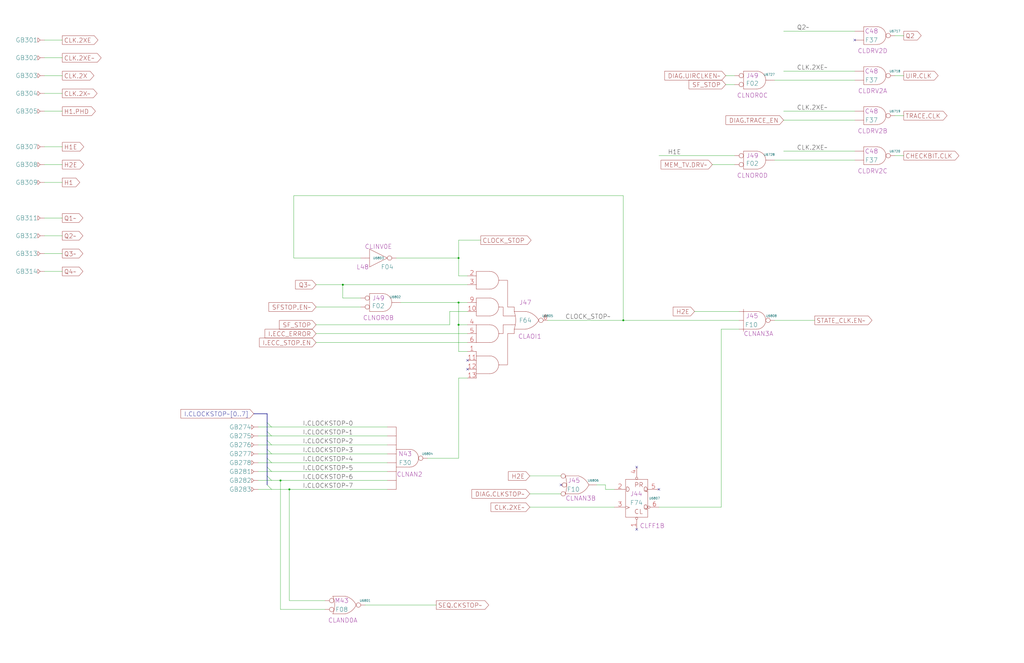
<source format=kicad_sch>
(kicad_sch (version 20230121) (generator eeschema)
  (paper "User" 584.2 378.46)
  (title_block (title "CLOCKS\\nIOP CLOCK GENERATION") (date "22-SEP-90") (rev "2.0") (comment 1 "IOC") (comment 2 "232-003061") (comment 3 "S400") (comment 4 "RELEASED"))
  (lib_symbols
    (symbol "r1000:F02" (pin_numbers hide) (pin_names hide)
      (property "Reference" "U" (at 12.16 0.635 0))
      (property "Value" "F02" (at -1.27 -4.445 0))
      (property "Location" "___" (at 2.54 0 0))
      (property "Name" "______" (at 2.54 -12.7 0))
      (symbol "F02_0_1"
        (arc (start -3.81 -7.62) (mid -2.9847 -2.54) (end -3.81 2.54) (stroke (width 0.1524)))
        (polyline (pts (xy -5.08 -5.08) (xy -3.175 -5.08)) (stroke (width 0.1524)))
        (polyline (pts (xy -5.08 0) (xy -3.175 0)) (stroke (width 0.1524)))
        (polyline (pts (xy -3.81 -7.62) (xy 2.54 -7.62)) (stroke (width 0.1524)))
        (polyline (pts (xy -3.81 2.54) (xy 2.54 2.54)) (stroke (width 0.1524)))
        (polyline (pts (xy 13.97 -2.54) (xy 12.7 -2.54)) (stroke (width 0.1524)))
        (arc (start 2.54 -7.62) (mid 6.9515 -5.9823) (end 10.16 -2.54) (stroke (width 0.1524)))
        (arc (start 10.16 -2.54) (mid 6.9478 0.8966) (end 2.54 2.54) (stroke (width 0.1524)))
        (circle (center 11.43 -2.54) (radius 1.27) (stroke (width 0.1524)))
      )
      (symbol "F02_0_2"
        (circle (center -3.81 -5.08) (radius 1.27) (stroke (width 0.1524)))
        (circle (center -3.81 0) (radius 1.27) (stroke (width 0.1524)))
        (polyline (pts (xy -2.54 -7.62) (xy 5.08 -7.62)) (stroke (width 0.1524)))
        (polyline (pts (xy -2.54 2.54) (xy -2.54 -7.62)) (stroke (width 0.1524)))
        (polyline (pts (xy -2.54 2.54) (xy 5.08 2.54)) (stroke (width 0.1524)))
        (polyline (pts (xy 11.43 -2.54) (xy 10.16 -2.54)) (stroke (width 0.1524)))
        (polyline (pts (xy 11.43 -2.54) (xy 12.7 -2.54)) (stroke (width 0.1524)))
        (arc (start 5.08 -7.62) (mid 10.1282 -2.54) (end 5.08 2.54) (stroke (width 0.1524)))
      )
      (symbol "F02_1_1"
        (pin input line (at -7.62 0 0) (length 2.54) (name "D0") (number "1"))
        (pin input line (at -7.62 -5.08 0) (length 2.54) (name "D1") (number "2"))
        (pin output line (at 15.24 -2.54 180) (length 1.27) (name "Q") (number "3"))
      )
      (symbol "F02_1_2"
        (pin input line (at -7.62 0 0) (length 2.54) (name "D0") (number "1"))
        (pin input line (at -7.62 -5.08 0) (length 2.54) (name "D1") (number "2"))
        (pin output line (at 15.24 -2.54 180) (length 2.54) (name "Q") (number "3"))
      )
    )
    (symbol "r1000:F04" (pin_numbers hide) (pin_names hide)
      (property "Reference" "U" (at 0 0 0))
      (property "Value" "F04" (at 1.27 -5.08 0))
      (property "Location" "___" (at -12.7 -5.08 0))
      (property "Name" "______" (at 0 5.08 0))
      (symbol "F04_0_1"
        (polyline (pts (xy -7.62 0) (xy -5.08 0)) (stroke (width 0.1524)))
        (polyline (pts (xy -5.08 5.08) (xy -5.08 -5.08)) (stroke (width 0.1524)))
        (polyline (pts (xy 5.08 0) (xy -5.08 -5.08)) (stroke (width 0.1524)))
        (polyline (pts (xy 5.08 0) (xy -5.08 5.08)) (stroke (width 0.1524)))
        (circle (center 6.35 0) (radius 1.27) (stroke (width 0.1524)))
      )
      (symbol "F04_1_1"
        (pin input line (at -10.16 0 0) (length 2.54) (name "D0") (number "1"))
        (pin output line (at 10.16 0 180) (length 2.54) (name "Q") (number "2"))
      )
    )
    (symbol "r1000:F08" (pin_numbers hide) (pin_names hide)
      (property "Reference" "U" (at 15.24 0 0))
      (property "Value" "F08" (at 1.905 -5.08 0))
      (property "Location" "___" (at 1.905 0 0))
      (property "Name" "______" (at 2.54 -12.7 0))
      (symbol "F08_0_1"
        (polyline (pts (xy -2.54 -7.62) (xy 5.08 -7.62)) (stroke (width 0.1524)))
        (polyline (pts (xy -2.54 2.54) (xy -2.54 -7.62)) (stroke (width 0.1524)))
        (polyline (pts (xy -2.54 2.54) (xy 5.08 2.54)) (stroke (width 0.1524)))
        (arc (start 5.08 -7.62) (mid 10.1282 -2.54) (end 5.08 2.54) (stroke (width 0.1524)))
      )
      (symbol "F08_0_2"
        (circle (center -3.81 -5.08) (radius 1.27) (stroke (width 0.1524)))
        (circle (center -3.81 0) (radius 1.27) (stroke (width 0.1524)))
        (arc (start -3.175 -7.62) (mid -2.134 -2.54) (end -3.175 2.54) (stroke (width 0.1524)))
        (polyline (pts (xy -3.175 -7.62) (xy 3.81 -7.62)) (stroke (width 0.1524)))
        (polyline (pts (xy -3.175 2.54) (xy 3.81 2.54)) (stroke (width 0.1524)))
        (arc (start 3.81 -7.62) (mid 7.5855 -5.8306) (end 10.16 -2.54) (stroke (width 0.1524)))
        (arc (start 10.16 -2.54) (mid 7.5827 0.7471) (end 3.81 2.54) (stroke (width 0.1524)))
        (circle (center 11.43 -2.54) (radius 1.27) (stroke (width 0.1524)))
      )
      (symbol "F08_1_1"
        (pin input line (at -7.62 0 0) (length 5.08) (name "D0") (number "1"))
        (pin input line (at -7.62 -5.08 0) (length 5.08) (name "D1") (number "2"))
        (pin output line (at 15.24 -2.54 180) (length 5.08) (name "Q") (number "3"))
      )
      (symbol "F08_1_2"
        (pin input line (at -7.62 0 0) (length 2.54) (name "D0") (number "1"))
        (pin input line (at -7.62 -5.08 0) (length 2.54) (name "D1") (number "2"))
        (pin output line (at 15.24 -2.54 180) (length 2.54) (name "Q") (number "3"))
      )
    )
    (symbol "r1000:F10" (pin_numbers hide) (pin_names hide)
      (property "Reference" "U" (at 13.335 0 0))
      (property "Value" "F10" (at 5.715 -5.08 0))
      (property "Location" "___" (at -1.27 0 0))
      (property "Name" "______" (at -2.54 -10.16 0))
      (symbol "F10_0_1"
        (polyline (pts (xy -2.54 -7.62) (xy 5.08 -7.62)) (stroke (width 0.1524)))
        (polyline (pts (xy -2.54 2.54) (xy 5.08 2.54)) (stroke (width 0.1524)))
        (polyline (pts (xy -2.54 3.81) (xy -2.54 -8.89)) (stroke (width 0.1524)))
        (arc (start 5.08 -7.62) (mid 10.1282 -2.54) (end 5.08 2.54) (stroke (width 0.1524)))
        (circle (center 11.43 -2.54) (radius 1.27) (stroke (width 0.1524)))
      )
      (symbol "F10_0_2"
        (circle (center -3.81 -7.62) (radius 1.27) (stroke (width 0.1524)))
        (circle (center -3.81 2.54) (radius 1.27) (stroke (width 0.1524)))
        (circle (center -3.175 -2.54) (radius 1.27) (stroke (width 0.1524)))
        (arc (start -2.54 -7.62) (mid -1.8195 -2.54) (end -2.54 2.54) (stroke (width 0.1524)))
        (polyline (pts (xy -4.445 -2.54) (xy -5.08 -2.54)) (stroke (width 0.1524)))
        (polyline (pts (xy -2.54 -7.62) (xy 5.08 -7.62)) (stroke (width 0.1524)))
        (polyline (pts (xy -2.54 2.54) (xy 5.08 2.54)) (stroke (width 0.1524)))
        (polyline (pts (xy 10.795 -2.54) (xy 12.7 -2.54)) (stroke (width 0.1524)))
        (arc (start 5.08 -7.62) (mid 8.4845 -5.6954) (end 10.795 -2.54) (stroke (width 0.1524)))
        (arc (start 10.795 -2.54) (mid 8.4807 0.6111) (end 5.08 2.54) (stroke (width 0.1524)))
      )
      (symbol "F10_1_1"
        (pin input line (at -5.08 2.54 0) (length 2.54) (name "D0") (number "1"))
        (pin input line (at -5.08 -2.54 0) (length 2.54) (name "D1") (number "2"))
        (pin input line (at -5.08 -7.62 0) (length 2.54) (name "D2") (number "3"))
        (pin output line (at 15.24 -2.54 180) (length 2.54) (name "Q") (number "4"))
      )
      (symbol "F10_1_2"
        (pin input line (at -5.08 2.54 0) (length 0) (name "D0") (number "1"))
        (pin input line (at -5.08 -2.54 0) (length 0) (name "D1") (number "2"))
        (pin input line (at -5.08 -7.62 0) (length 0) (name "D2") (number "3"))
        (pin output line (at 15.24 -2.54 180) (length 2.54) (name "Q") (number "4"))
      )
    )
    (symbol "r1000:F30" (pin_numbers hide) (pin_names hide)
      (property "Reference" "U" (at 15.24 2.54 0))
      (property "Value" "F30" (at 2.54 -2.54 0))
      (property "Location" "___" (at 2.54 2.54 0))
      (property "Name" "______" (at 5.08 -10.62 0))
      (symbol "F30_0_0"
        (polyline (pts (xy -2.54 -5.08) (xy 5.08 -5.08)) (stroke (width 0.1524)))
        (polyline (pts (xy -2.54 5.08) (xy 5.08 5.08)) (stroke (width 0.1524)))
        (arc (start 5.08 -5.08) (mid 8.6721 -3.5921) (end 10.16 0) (stroke (width 0.1524)))
        (arc (start 10.16 0) (mid 8.6721 3.5921) (end 5.08 5.08) (stroke (width 0.1524)))
        (circle (center 11.43 0) (radius 1.27) (stroke (width 0.1524)))
      )
      (symbol "F30_0_1"
        (polyline (pts (xy -2.54 -7.62) (xy -2.54 -17.78)) (stroke (width 0.1524)))
        (polyline (pts (xy -2.54 -5.08) (xy -2.54 -7.62)) (stroke (width 0.1524)))
        (polyline (pts (xy -2.54 5.08) (xy -2.54 -5.08)) (stroke (width 0.1524)))
        (polyline (pts (xy -2.54 7.62) (xy -2.54 5.08)) (stroke (width 0.1524)))
        (polyline (pts (xy -2.54 17.145) (xy -2.54 7.62)) (stroke (width 0.1524)))
        (polyline (pts (xy -2.54 17.78) (xy -2.54 17.145)) (stroke (width 0.1524)))
      )
      (symbol "F30_1_1"
        (pin input line (at -7.62 7.62 0) (length 5.08) (name "D2") (number "1"))
        (pin input line (at -7.62 17.78 0) (length 5.08) (name "D0") (number "11"))
        (pin input line (at -7.62 12.7 0) (length 5.08) (name "D1") (number "12"))
        (pin input line (at -7.62 2.54 0) (length 5.08) (name "D3") (number "2"))
        (pin input line (at -7.62 -2.54 0) (length 5.08) (name "D4") (number "3"))
        (pin input line (at -7.62 -7.62 0) (length 5.08) (name "D5") (number "4"))
        (pin input line (at -7.62 -12.7 0) (length 5.08) (name "D6") (number "5"))
        (pin input line (at -7.62 -17.78 0) (length 5.08) (name "D7") (number "6"))
        (pin output line (at 15.24 0 180) (length 2.54) (name "Q") (number "8"))
      )
    )
    (symbol "r1000:F37" (pin_numbers hide) (pin_names (offset 0) hide)
      (property "Reference" "U" (at 15.24 0 0))
      (property "Value" "F37" (at 1.905 -5.08 0))
      (property "Location" "___" (at 1.905 0 0))
      (property "Name" "______" (at 2.54 -12.7 0))
      (symbol "F37_0_1"
        (polyline (pts (xy -2.54 -7.62) (xy 5.08 -7.62)) (stroke (width 0.1524)))
        (polyline (pts (xy -2.54 2.54) (xy -2.54 -7.62)) (stroke (width 0.1524)))
        (polyline (pts (xy -2.54 2.54) (xy 5.08 2.54)) (stroke (width 0.1524)))
        (arc (start 5.08 -7.62) (mid 10.1282 -2.54) (end 5.08 2.54) (stroke (width 0.1524)))
        (circle (center 11.43 -2.54) (radius 1.27) (stroke (width 0.1524)))
      )
      (symbol "F37_0_2"
        (circle (center -3.81 -5.08) (radius 1.27) (stroke (width 0.1524)))
        (circle (center -3.81 0) (radius 1.27) (stroke (width 0.1524)))
        (arc (start -3.175 -7.62) (mid -2.134 -2.54) (end -3.175 2.54) (stroke (width 0.1524)))
        (polyline (pts (xy -3.175 -7.62) (xy 3.81 -7.62)) (stroke (width 0.1524)))
        (polyline (pts (xy -3.175 2.54) (xy 3.81 2.54)) (stroke (width 0.1524)))
        (arc (start 3.81 -7.62) (mid 7.5855 -5.8306) (end 10.16 -2.54) (stroke (width 0.1524)))
        (arc (start 10.16 -2.54) (mid 7.5827 0.7471) (end 3.81 2.54) (stroke (width 0.1524)))
      )
      (symbol "F37_1_1"
        (pin input line (at -7.62 0 0) (length 5.08) (name "D0") (number "1"))
        (pin input line (at -7.62 -5.08 0) (length 5.08) (name "D1") (number "2"))
        (pin output line (at 15.24 -2.54 180) (length 2.54) (name "Q") (number "3"))
      )
      (symbol "F37_1_2"
        (pin input line (at -7.62 0 0) (length 2.54) (name "D0") (number "1"))
        (pin input line (at -7.62 -5.08 0) (length 2.54) (name "D1") (number "2"))
        (pin output line (at 15.24 -2.54 180) (length 5.08) (name "Q") (number "3"))
      )
    )
    (symbol "r1000:F64" (pin_names hide)
      (property "Reference" "U" (at 15.24 2.54 0))
      (property "Value" "F64" (at 2.54 0 0))
      (property "Location" "___" (at 2.54 10.16 0))
      (property "Name" "______" (at 5.08 -10.62 0))
      (symbol "F64_0_0"
        (arc (start -17.78 -30.48) (mid -14.1879 -28.9921) (end -12.7 -25.4) (stroke (width 0.1524)))
        (arc (start -17.78 -12.7) (mid -14.1879 -11.2121) (end -12.7 -7.62) (stroke (width 0.1524)))
        (arc (start -17.78 2.54) (mid -14.1879 4.0279) (end -12.7 7.62) (stroke (width 0.1524)))
        (arc (start -17.78 17.78) (mid -14.1879 19.2679) (end -12.7 22.86) (stroke (width 0.1524)))
        (arc (start -12.7 -25.4) (mid -14.1879 -21.8079) (end -17.78 -20.32) (stroke (width 0.1524)))
        (arc (start -12.7 -7.62) (mid -14.1879 -4.0279) (end -17.78 -2.54) (stroke (width 0.1524)))
        (arc (start -12.7 7.62) (mid -14.1879 11.2121) (end -17.78 12.7) (stroke (width 0.1524)))
        (arc (start -12.7 22.86) (mid -14.1879 26.4521) (end -17.78 27.94) (stroke (width 0.1524)))
        (arc (start -3.8173 -5.08) (mid -2.9926 0) (end -3.8173 5.08) (stroke (width 0.1524)))
        (polyline (pts (xy -25.4 -30.48) (xy -17.78 -30.48)) (stroke (width 0.1524)))
        (polyline (pts (xy -25.4 -20.32) (xy -17.78 -20.32)) (stroke (width 0.1524)))
        (polyline (pts (xy -25.4 -12.7) (xy -17.78 -12.7)) (stroke (width 0.1524)))
        (polyline (pts (xy -25.4 -2.54) (xy -17.78 -2.54)) (stroke (width 0.1524)))
        (polyline (pts (xy -25.4 2.54) (xy -17.78 2.54)) (stroke (width 0.1524)))
        (polyline (pts (xy -25.4 12.7) (xy -17.78 12.7)) (stroke (width 0.1524)))
        (polyline (pts (xy -25.4 17.78) (xy -17.78 17.78)) (stroke (width 0.1524)))
        (polyline (pts (xy -25.4 27.94) (xy -17.78 27.94)) (stroke (width 0.1524)))
        (polyline (pts (xy -3.81 -5.08) (xy 2.54 -5.08)) (stroke (width 0.1524)))
        (polyline (pts (xy -3.81 5.08) (xy 2.54 5.08)) (stroke (width 0.1524)))
        (arc (start 2.54 -5.08) (mid 6.9504 -3.4405) (end 10.16 0) (stroke (width 0.1524)))
        (arc (start 10.16 0) (mid 6.9516 3.4424) (end 2.54 5.08) (stroke (width 0.1524)))
        (circle (center 11.43 0) (radius 1.27) (stroke (width 0.1524)))
      )
      (symbol "F64_0_1"
        (polyline (pts (xy -25.4 -33.02) (xy -25.4 -30.48)) (stroke (width 0.1524)))
        (polyline (pts (xy -25.4 -20.32) (xy -25.4 -30.48)) (stroke (width 0.1524)))
        (polyline (pts (xy -25.4 -17.78) (xy -25.4 -20.32)) (stroke (width 0.1524)))
        (polyline (pts (xy -25.4 -2.54) (xy -25.4 -12.7)) (stroke (width 0.1524)))
        (polyline (pts (xy -25.4 12.7) (xy -25.4 2.54)) (stroke (width 0.1524)))
        (polyline (pts (xy -25.4 27.94) (xy -25.4 17.78)) (stroke (width 0.1524)))
        (polyline (pts (xy -12.7 -7.62) (xy -12.7 -7.62)) (stroke (width 0.1524)))
        (polyline (pts (xy -5.08 -2.54) (xy -3.175 -2.54)) (stroke (width 0.1524)))
        (polyline (pts (xy -5.08 2.54) (xy -3.175 2.54)) (stroke (width 0.1524)))
        (polyline (pts (xy -12.7 -7.62) (xy -10.16 -7.62) (xy -10.16 -2.54) (xy -5.08 -2.54)) (stroke (width 0.1524)))
        (polyline (pts (xy -12.7 7.62) (xy -10.16 7.62) (xy -10.16 2.54) (xy -5.08 2.54)) (stroke (width 0.1524)))
        (polyline (pts (xy -3.81 -5.08) (xy -3.81 -7.62) (xy -7.62 -7.62) (xy -7.62 -25.4) (xy -12.7 -25.4)) (stroke (width 0.1524)))
        (polyline (pts (xy -3.81 5.08) (xy -3.81 7.62) (xy -7.62 7.62) (xy -7.62 22.86) (xy -12.7 22.86)) (stroke (width 0.1524)))
      )
      (symbol "F64_1_1"
        (pin input line (at -30.48 -17.78 0) (length 5.08) (name "D0") (number "1"))
        (pin input line (at -30.48 5.08 0) (length 5.08) (name "B1") (number "10"))
        (pin input line (at -30.48 -22.86 0) (length 5.08) (name "D1") (number "11"))
        (pin input line (at -30.48 -27.94 0) (length 5.08) (name "D2") (number "12"))
        (pin input line (at -30.48 -33.02 0) (length 5.08) (name "D3") (number "13"))
        (pin input line (at -30.48 25.4 0) (length 5.08) (name "A0") (number "2"))
        (pin input line (at -30.48 20.32 0) (length 5.08) (name "A1") (number "3"))
        (pin input line (at -30.48 -2.54 0) (length 5.08) (name "C0") (number "4"))
        (pin input line (at -30.48 -7.62 0) (length 5.08) (name "C1") (number "5"))
        (pin input line (at -30.48 -12.7 0) (length 5.08) (name "C2") (number "6"))
        (pin output line (at 15.24 0 180) (length 2.54) (name "Q") (number "8"))
        (pin input line (at -30.48 10.16 0) (length 5.08) (name "B0") (number "9"))
      )
    )
    (symbol "r1000:F74" (pin_names (offset 1.016) hide)
      (property "Reference" "U" (at 12.7 -2.54 0))
      (property "Value" "F74" (at -1.27 -5.08 0))
      (property "Location" "___" (at -1.27 0 0))
      (property "Name" "______" (at 11.43 -19.685 0))
      (symbol "F74_0_1"
        (rectangle (start -3.81 8.255) (end 8.89 -13.335) (stroke (width 0.1524)))
        (polyline (pts (xy 2.54 -15.24) (xy 2.54 -14.605)) (stroke (width 0.1524)))
        (polyline (pts (xy 2.54 10.16) (xy 2.54 9.525)) (stroke (width 0.1524)))
      )
      (symbol "F74_1_1"
        (circle (center 2.54 -13.97) (radius 0.635))
        (circle (center 2.54 8.89) (radius 0.635))
        (circle (center 9.525 -7.62) (radius 0.635))
        (text ">" (at -2.54 -7.62 0) (effects (font (size 2.54 2.54))))
        (text "C" (at 2.54 -10.16 0) (effects (font (size 2.54 2.54))))
        (text "D" (at -2.54 2.54 0) (effects (font (size 2.54 2.54))))
        (text "L" (at 5.08 -10.16 0) (effects (font (size 2.54 2.54))))
        (text "P" (at 2.54 5.08 0) (effects (font (size 2.54 2.54))))
        (text "Q" (at 7.62 -7.62 0) (effects (font (size 2.54 2.54))))
        (text "Q" (at 7.62 2.54 0) (effects (font (size 2.54 2.54))))
        (text "R" (at 5.08 5.08 0) (effects (font (size 2.54 2.54))))
        (pin input line (at 2.54 -20.32 90) (length 5.08) (name "CL_") (number "1"))
        (pin input line (at -10.16 2.54 0) (length 6.35) (name "D") (number "2"))
        (pin input line (at -10.16 -7.62 0) (length 6.35) (name "CLK") (number "3"))
        (pin input line (at 2.54 15.24 270) (length 5.08) (name "PR_") (number "4"))
        (pin output line (at 15.24 2.54 180) (length 6.35) (name "Q") (number "5"))
        (pin output line (at 15.24 -7.62 180) (length 5.08) (name "Q_") (number "6"))
      )
    )
    (symbol "r1000:GB" (pin_numbers hide) (pin_names (offset 0) hide)
      (property "Reference" "GB" (at 3.81 0 0))
      (symbol "GB_0_1"
        (polyline (pts (xy 2.54 0) (xy 3.81 1.27) (xy 3.81 -1.27) (xy 2.54 0)) (stroke (width 0.1524)))
      )
      (symbol "GB_1_1"
        (pin bidirectional line (at 0 0 0) (length 2.54) (name "") (number "1"))
      )
    )
  )
  (junction (at 261.62 147.32))
  (junction (at 165.1 279.4))
  (junction (at 355.6 182.88))
  (junction (at 261.62 172.72))
  (junction (at 195.58 162.56))
  (junction (at 160.02 274.32))
  (junction (at 261.62 185.42))
  (no_connect (at 320.04 276.86))
  (no_connect (at 375.92 279.4))
  (no_connect (at 363.22 266.7))
  (no_connect (at 363.22 302.26))
  (no_connect (at 266.7 205.74))
  (no_connect (at 487.68 22.86))
  (no_connect (at 266.7 210.82))
  (bus_entry (at 152.4 271.78) (size 2.54 2.54))
  (bus_entry (at 152.4 241.3) (size 2.54 2.54))
  (bus_entry (at 152.4 246.38) (size 2.54 2.54))
  (bus_entry (at 152.4 266.7) (size 2.54 2.54))
  (bus_entry (at 152.4 261.62) (size 2.54 2.54))
  (bus_entry (at 152.4 251.46) (size 2.54 2.54))
  (bus_entry (at 152.4 276.86) (size 2.54 2.54))
  (bus_entry (at 152.4 256.54) (size 2.54 2.54))
  (wire (pts (xy 25.4 43.18) (xy 35.56 43.18)))
  (wire (pts (xy 25.4 83.82) (xy 35.56 83.82)))
  (wire (pts (xy 340.36 276.86) (xy 345.44 276.86)))
  (bus (pts (xy 152.4 261.62) (xy 152.4 266.7)))
  (wire (pts (xy 312.42 182.88) (xy 355.6 182.88)))
  (bus (pts (xy 152.4 236.22) (xy 152.4 241.3)))
  (wire (pts (xy 261.62 261.62) (xy 261.62 215.9)))
  (wire (pts (xy 510.54 20.32) (xy 515.62 20.32)))
  (wire (pts (xy 447.04 68.58) (xy 487.68 68.58)))
  (wire (pts (xy 256.54 177.8) (xy 256.54 185.42)))
  (wire (pts (xy 375.92 88.9) (xy 419.1 88.9)))
  (wire (pts (xy 355.6 111.76) (xy 355.6 182.88)))
  (wire (pts (xy 441.96 45.72) (xy 487.68 45.72)))
  (wire (pts (xy 447.04 86.36) (xy 487.68 86.36)))
  (wire (pts (xy 147.32 264.16) (xy 154.94 264.16)))
  (wire (pts (xy 375.92 289.56) (xy 411.48 289.56)))
  (wire (pts (xy 160.02 347.98) (xy 160.02 274.32)))
  (wire (pts (xy 261.62 200.66) (xy 261.62 185.42)))
  (wire (pts (xy 243.84 261.62) (xy 261.62 261.62)))
  (wire (pts (xy 147.32 259.08) (xy 154.94 259.08)))
  (wire (pts (xy 205.74 170.18) (xy 195.58 170.18)))
  (wire (pts (xy 25.4 104.14) (xy 35.56 104.14)))
  (wire (pts (xy 25.4 124.46) (xy 35.56 124.46)))
  (bus (pts (xy 152.4 246.38) (xy 152.4 251.46)))
  (wire (pts (xy 154.94 274.32) (xy 160.02 274.32)))
  (bus (pts (xy 152.4 256.54) (xy 152.4 261.62)))
  (wire (pts (xy 396.24 177.8) (xy 421.64 177.8)))
  (wire (pts (xy 274.32 137.16) (xy 261.62 137.16)))
  (wire (pts (xy 256.54 185.42) (xy 180.34 185.42)))
  (wire (pts (xy 165.1 342.9) (xy 165.1 279.4)))
  (wire (pts (xy 147.32 254) (xy 154.94 254)))
  (wire (pts (xy 345.44 276.86) (xy 345.44 279.4)))
  (wire (pts (xy 25.4 134.62) (xy 35.56 134.62)))
  (wire (pts (xy 447.04 40.64) (xy 487.68 40.64)))
  (wire (pts (xy 154.94 264.16) (xy 220.98 264.16)))
  (wire (pts (xy 226.06 147.32) (xy 261.62 147.32)))
  (wire (pts (xy 25.4 144.78) (xy 35.56 144.78)))
  (wire (pts (xy 180.34 175.26) (xy 205.74 175.26)))
  (wire (pts (xy 411.48 187.96) (xy 421.64 187.96)))
  (wire (pts (xy 25.4 53.34) (xy 35.56 53.34)))
  (wire (pts (xy 160.02 274.32) (xy 220.98 274.32)))
  (wire (pts (xy 447.04 63.5) (xy 487.68 63.5)))
  (bus (pts (xy 152.4 266.7) (xy 152.4 271.78)))
  (wire (pts (xy 205.74 147.32) (xy 167.64 147.32)))
  (wire (pts (xy 261.62 185.42) (xy 266.7 185.42)))
  (bus (pts (xy 152.4 271.78) (xy 152.4 276.86)))
  (wire (pts (xy 261.62 147.32) (xy 261.62 157.48)))
  (wire (pts (xy 510.54 88.9) (xy 515.62 88.9)))
  (wire (pts (xy 195.58 162.56) (xy 266.7 162.56)))
  (wire (pts (xy 185.42 342.9) (xy 165.1 342.9)))
  (wire (pts (xy 261.62 172.72) (xy 266.7 172.72)))
  (wire (pts (xy 25.4 154.94) (xy 35.56 154.94)))
  (wire (pts (xy 180.34 162.56) (xy 195.58 162.56)))
  (wire (pts (xy 302.26 289.56) (xy 350.52 289.56)))
  (wire (pts (xy 261.62 215.9) (xy 266.7 215.9)))
  (wire (pts (xy 266.7 177.8) (xy 256.54 177.8)))
  (wire (pts (xy 302.26 271.78) (xy 320.04 271.78)))
  (wire (pts (xy 154.94 269.24) (xy 220.98 269.24)))
  (wire (pts (xy 154.94 259.08) (xy 220.98 259.08)))
  (wire (pts (xy 154.94 248.92) (xy 220.98 248.92)))
  (wire (pts (xy 302.26 281.94) (xy 320.04 281.94)))
  (wire (pts (xy 154.94 254) (xy 220.98 254)))
  (wire (pts (xy 147.32 279.4) (xy 154.94 279.4)))
  (wire (pts (xy 441.96 91.44) (xy 487.68 91.44)))
  (wire (pts (xy 147.32 243.84) (xy 154.94 243.84)))
  (wire (pts (xy 261.62 185.42) (xy 261.62 172.72)))
  (wire (pts (xy 228.6 172.72) (xy 261.62 172.72)))
  (wire (pts (xy 185.42 347.98) (xy 160.02 347.98)))
  (wire (pts (xy 25.4 93.98) (xy 35.56 93.98)))
  (wire (pts (xy 406.4 93.98) (xy 419.1 93.98)))
  (wire (pts (xy 510.54 66.04) (xy 515.62 66.04)))
  (wire (pts (xy 355.6 182.88) (xy 421.64 182.88)))
  (wire (pts (xy 266.7 200.66) (xy 261.62 200.66)))
  (wire (pts (xy 195.58 170.18) (xy 195.58 162.56)))
  (wire (pts (xy 165.1 279.4) (xy 220.98 279.4)))
  (wire (pts (xy 345.44 279.4) (xy 350.52 279.4)))
  (wire (pts (xy 147.32 248.92) (xy 154.94 248.92)))
  (wire (pts (xy 510.54 43.18) (xy 515.62 43.18)))
  (wire (pts (xy 180.34 190.5) (xy 266.7 190.5)))
  (wire (pts (xy 414.02 43.18) (xy 419.1 43.18)))
  (bus (pts (xy 144.78 236.22) (xy 152.4 236.22)))
  (wire (pts (xy 167.64 147.32) (xy 167.64 111.76)))
  (wire (pts (xy 154.94 243.84) (xy 220.98 243.84)))
  (wire (pts (xy 167.64 111.76) (xy 355.6 111.76)))
  (wire (pts (xy 25.4 22.86) (xy 35.56 22.86)))
  (wire (pts (xy 25.4 63.5) (xy 35.56 63.5)))
  (wire (pts (xy 411.48 289.56) (xy 411.48 187.96)))
  (wire (pts (xy 208.28 345.44) (xy 248.92 345.44)))
  (wire (pts (xy 441.96 182.88) (xy 464.82 182.88)))
  (bus (pts (xy 152.4 241.3) (xy 152.4 246.38)))
  (wire (pts (xy 261.62 157.48) (xy 266.7 157.48)))
  (wire (pts (xy 154.94 279.4) (xy 165.1 279.4)))
  (wire (pts (xy 25.4 33.02) (xy 35.56 33.02)))
  (wire (pts (xy 447.04 17.78) (xy 487.68 17.78)))
  (wire (pts (xy 147.32 269.24) (xy 154.94 269.24)))
  (wire (pts (xy 180.34 195.58) (xy 266.7 195.58)))
  (wire (pts (xy 147.32 274.32) (xy 154.94 274.32)))
  (bus (pts (xy 152.4 251.46) (xy 152.4 256.54)))
  (wire (pts (xy 414.02 48.26) (xy 419.1 48.26)))
  (wire (pts (xy 261.62 137.16) (xy 261.62 147.32)))
  (label "CLOCK_STOP~" (at 322.58 182.88 0) (effects (font (size 2.54 2.54))))
  (label "I.CLOCKSTOP~0" (at 172.72 243.84 0) (effects (font (size 2.54 2.54))))
  (label "CLK.2XE~" (at 454.66 86.36 0) (effects (font (size 2.54 2.54))))
  (label "I.CLOCKSTOP~6" (at 172.72 274.32 0) (effects (font (size 2.54 2.54))))
  (label "Q2~" (at 454.66 17.78 0) (effects (font (size 2.54 2.54))))
  (label "I.CLOCKSTOP~5" (at 172.72 269.24 0) (effects (font (size 2.54 2.54))))
  (label "I.CLOCKSTOP~1" (at 172.72 248.92 0) (effects (font (size 2.54 2.54))))
  (label "H1E" (at 381 88.9 0) (effects (font (size 2.54 2.54))))
  (label "CLK.2XE~" (at 454.66 40.64 0) (effects (font (size 2.54 2.54))))
  (label "I.CLOCKSTOP~7" (at 172.72 279.4 0) (effects (font (size 2.54 2.54))))
  (label "I.CLOCKSTOP~3" (at 172.72 259.08 0) (effects (font (size 2.54 2.54))))
  (label "I.CLOCKSTOP~2" (at 172.72 254 0) (effects (font (size 2.54 2.54))))
  (label "I.CLOCKSTOP~4" (at 172.72 264.16 0) (effects (font (size 2.54 2.54))))
  (label "CLK.2XE~" (at 454.66 63.5 0) (effects (font (size 2.54 2.54))))
  (global_label "SEQ.CKSTOP~" (shape output) (at 248.92 345.44 0) (effects (font (size 2.54 2.54))) (property "Intersheetrefs" "${INTERSHEET_REFS}" (at 278.7831 345.2813 0) (effects (font (size 1.905 1.905)) (justify left))))
  (global_label "H1" (shape output) (at 35.56 104.14 0) (effects (font (size 2.54 2.54))) (property "Intersheetrefs" "${INTERSHEET_REFS}" (at 45.847 103.9813 0) (effects (font (size 1.905 1.905)) (justify left))))
  (global_label "Q3~" (shape output) (at 35.56 144.78 0) (effects (font (size 2.54 2.54))) (property "Intersheetrefs" "${INTERSHEET_REFS}" (at 53.4489 144.6213 0) (effects (font (size 1.905 1.905)) (justify left))))
  (global_label "Q3~" (shape input) (at 180.34 162.56 180) (effects (font (size 2.54 2.54))) (property "Intersheetrefs" "${INTERSHEET_REFS}" (at 162.4511 162.4013 0) (effects (font (size 1.905 1.905)) (justify right))))
  (global_label "MEM_TV.DRV~" (shape input) (at 406.4 93.98 180) (effects (font (size 2.54 2.54))) (property "Intersheetrefs" "${INTERSHEET_REFS}" (at 377.1416 93.8213 0) (effects (font (size 1.905 1.905)) (justify right))))
  (global_label "SF_STOP" (shape input) (at 180.34 185.42 180) (effects (font (size 2.54 2.54))) (property "Intersheetrefs" "${INTERSHEET_REFS}" (at 159.4273 185.2613 0) (effects (font (size 1.905 1.905)) (justify right))))
  (global_label "CLK.2X~" (shape output) (at 35.56 53.34 0) (effects (font (size 2.54 2.54))) (property "Intersheetrefs" "${INTERSHEET_REFS}" (at 61.5527 53.1813 0) (effects (font (size 1.905 1.905)) (justify left))))
  (global_label "DIAG.TRACE_EN" (shape input) (at 447.04 68.58 180) (effects (font (size 2.54 2.54))) (property "Intersheetrefs" "${INTERSHEET_REFS}" (at 414.153 68.4213 0) (effects (font (size 1.905 1.905)) (justify right))))
  (global_label "DIAG.CLKSTOP~" (shape input) (at 302.26 281.94 180) (effects (font (size 2.54 2.54))) (property "Intersheetrefs" "${INTERSHEET_REFS}" (at 269.2521 281.7813 0) (effects (font (size 1.905 1.905)) (justify right))))
  (global_label "H2E" (shape input) (at 396.24 177.8 180) (effects (font (size 2.54 2.54))) (property "Intersheetrefs" "${INTERSHEET_REFS}" (at 384.0359 177.6413 0) (effects (font (size 1.905 1.905)) (justify right))))
  (global_label "H1.PHD" (shape output) (at 35.56 63.5 0) (effects (font (size 2.54 2.54))) (property "Intersheetrefs" "${INTERSHEET_REFS}" (at 54.4165 63.3413 0) (effects (font (size 1.905 1.905)) (justify left))))
  (global_label "CHECKBIT.CLK" (shape output) (at 515.62 88.9 0) (effects (font (size 2.54 2.54))) (property "Intersheetrefs" "${INTERSHEET_REFS}" (at 547.0555 88.7413 0) (effects (font (size 1.905 1.905)) (justify left))))
  (global_label "DIAG.UIRCLKEN~" (shape input) (at 414.02 43.18 180) (effects (font (size 2.54 2.54))) (property "Intersheetrefs" "${INTERSHEET_REFS}" (at 379.1978 43.0213 0) (effects (font (size 1.905 1.905)) (justify right))))
  (global_label "I.ECC_STOP.EN" (shape input) (at 180.34 195.58 180) (effects (font (size 2.54 2.54))) (property "Intersheetrefs" "${INTERSHEET_REFS}" (at 148.0578 195.4213 0) (effects (font (size 1.905 1.905)) (justify right))))
  (global_label "Q1~" (shape output) (at 35.56 124.46 0) (effects (font (size 2.54 2.54))) (property "Intersheetrefs" "${INTERSHEET_REFS}" (at 48.4553 124.46 0) (effects (font (size 1.905 1.905)) (justify left))))
  (global_label "H2E" (shape input) (at 302.26 271.78 180) (effects (font (size 2.54 2.54))) (property "Intersheetrefs" "${INTERSHEET_REFS}" (at 290.0559 271.6213 0) (effects (font (size 1.905 1.905)) (justify right))))
  (global_label "CLK.2XE~" (shape input) (at 302.26 289.56 180) (effects (font (size 2.54 2.54))) (property "Intersheetrefs" "${INTERSHEET_REFS}" (at 273.9692 289.4013 0) (effects (font (size 1.905 1.905)) (justify right))))
  (global_label "CLK.2XE" (shape output) (at 35.56 22.86 0) (effects (font (size 2.54 2.54))) (property "Intersheetrefs" "${INTERSHEET_REFS}" (at 62.0365 22.7013 0) (effects (font (size 1.905 1.905)) (justify left))))
  (global_label "CLOCK_STOP" (shape output) (at 274.32 137.16 0) (effects (font (size 2.54 2.54))) (property "Intersheetrefs" "${INTERSHEET_REFS}" (at 302.9736 137.0013 0) (effects (font (size 1.905 1.905)) (justify left))))
  (global_label "TRACE.CLK" (shape output) (at 515.62 66.04 0) (effects (font (size 2.54 2.54))) (property "Intersheetrefs" "${INTERSHEET_REFS}" (at 540.2822 65.8813 0) (effects (font (size 1.905 1.905)) (justify left))))
  (global_label "H2E" (shape output) (at 35.56 93.98 0) (effects (font (size 2.54 2.54))) (property "Intersheetrefs" "${INTERSHEET_REFS}" (at 47.7641 93.8213 0) (effects (font (size 1.905 1.905)) (justify left))))
  (global_label "I.ECC_ERROR" (shape input) (at 180.34 190.5 180) (effects (font (size 2.54 2.54))) (property "Intersheetrefs" "${INTERSHEET_REFS}" (at 151.2026 190.3413 0) (effects (font (size 1.905 1.905)) (justify right))))
  (global_label "I.CLOCKSTOP~[0..7]" (shape input) (at 144.78 236.22 180) (effects (font (size 2.54 2.54))) (property "Intersheetrefs" "${INTERSHEET_REFS}" (at 103.1845 236.0613 0) (effects (font (size 1.905 1.905)) (justify right))))
  (global_label "Q4~" (shape output) (at 35.56 154.94 0) (effects (font (size 2.54 2.54))) (property "Intersheetrefs" "${INTERSHEET_REFS}" (at 53.4489 154.7813 0) (effects (font (size 1.905 1.905)) (justify left))))
  (global_label "UIR.CLK" (shape output) (at 515.62 43.18 0) (effects (font (size 2.54 2.54))) (property "Intersheetrefs" "${INTERSHEET_REFS}" (at 535.2022 43.0213 0) (effects (font (size 1.905 1.905)) (justify left))))
  (global_label "CLK.2XE~" (shape output) (at 35.56 33.02 0) (effects (font (size 2.54 2.54))) (property "Intersheetrefs" "${INTERSHEET_REFS}" (at 63.8508 32.8613 0) (effects (font (size 1.905 1.905)) (justify left))))
  (global_label "CLK.2X" (shape output) (at 35.56 43.18 0) (effects (font (size 2.54 2.54))) (property "Intersheetrefs" "${INTERSHEET_REFS}" (at 59.7384 43.0213 0) (effects (font (size 1.905 1.905)) (justify left))))
  (global_label "SFSTOP.EN~" (shape input) (at 180.34 175.26 180) (effects (font (size 2.54 2.54))) (property "Intersheetrefs" "${INTERSHEET_REFS}" (at 153.3797 175.1013 0) (effects (font (size 1.905 1.905)) (justify right))))
  (global_label "H1E" (shape output) (at 35.56 83.82 0) (effects (font (size 2.54 2.54))) (property "Intersheetrefs" "${INTERSHEET_REFS}" (at 47.7641 83.6613 0) (effects (font (size 1.905 1.905)) (justify left))))
  (global_label "Q2~" (shape output) (at 35.56 134.62 0) (effects (font (size 2.54 2.54))) (property "Intersheetrefs" "${INTERSHEET_REFS}" (at 53.4489 134.4613 0) (effects (font (size 1.905 1.905)) (justify left))))
  (global_label "Q2" (shape output) (at 515.62 20.32 0) (effects (font (size 2.54 2.54))) (property "Intersheetrefs" "${INTERSHEET_REFS}" (at 531.6946 20.1613 0) (effects (font (size 1.905 1.905)) (justify left))))
  (global_label "SF_STOP" (shape input) (at 414.02 48.26 180) (effects (font (size 2.54 2.54))) (property "Intersheetrefs" "${INTERSHEET_REFS}" (at 393.1073 48.1013 0) (effects (font (size 1.905 1.905)) (justify right))))
  (global_label "STATE_CLK.EN~" (shape output) (at 464.82 182.88 0) (effects (font (size 2.54 2.54))) (property "Intersheetrefs" "${INTERSHEET_REFS}" (at 497.465 182.7213 0) (effects (font (size 1.905 1.905)) (justify left))))
  (symbol (lib_id "r1000:GB") (at 25.4 83.82 0) (mirror y) (unit 1)
    (property "Reference" "GB307" (at 21.59 83.82 0) (effects (font (size 2.54 2.54)) (justify left)))
    (property "Value" "GB" (effects hide))
  )
  (symbol (lib_id "r1000:GB") (at 25.4 144.78 0) (mirror y) (unit 1)
    (property "Reference" "GB313" (at 21.59 144.78 0) (effects (font (size 2.54 2.54)) (justify left)))
    (property "Value" "GB" (effects hide))
  )
  (symbol (lib_id "r1000:GB") (at 147.32 279.4 0) (mirror y) (unit 1)
    (property "Reference" "GB283" (at 143.51 279.4 0) (effects (font (size 2.54 2.54)) (justify left)))
    (property "Value" "GB" (effects hide))
  )
  (symbol (lib_id "r1000:F37") (at 495.3 40.64 0) (unit 1)
    (property "Reference" "U6718" (at 510.54 40.64 0))
    (property "Value" "F37" (at 497.205 45.72 0) (effects (font (size 2.54 2.54))))
    (property "Location" "C48" (at 497.205 40.64 0) (effects (font (size 2.54 2.54))))
    (property "Name" "CLDRV2A" (at 497.84 53.34 0) (effects (font (size 2.54 2.54)) (justify bottom)))
  )
  (symbol (lib_id "r1000:F64") (at 297.18 182.88 0) (unit 1)
    (property "Reference" "U6805" (at 312.42 180.34 0))
    (property "Value" "F64" (at 299.72 182.88 0) (effects (font (size 2.54 2.54))))
    (property "Location" "J47" (at 299.72 172.72 0) (effects (font (size 2.54 2.54))))
    (property "Name" "CLAOI1" (at 302.26 193.5 0) (effects (font (size 2.54 2.54)) (justify bottom)))
  )
  (symbol (lib_id "r1000:F04") (at 215.9 147.32 0) (unit 1)
    (property "Reference" "U6803" (at 215.9 147.32 0))
    (property "Value" "F04" (at 217.17 152.4 0) (effects (font (size 2.54 2.54)) (justify left)))
    (property "Location" "L48" (at 203.2 152.4 0) (effects (font (size 2.54 2.54)) (justify left)))
    (property "Name" "CLINV0E" (at 215.9 142.24 0) (effects (font (size 2.54 2.54)) (justify bottom)))
  )
  (symbol (lib_id "r1000:F08") (at 193.04 342.9 0) (unit 1) (convert 2)
    (property "Reference" "U6801" (at 208.28 342.9 0))
    (property "Value" "F08" (at 194.945 347.98 0) (effects (font (size 2.54 2.54))))
    (property "Location" "M43" (at 194.945 342.9 0) (effects (font (size 2.54 2.54))))
    (property "Name" "CLAND0A" (at 195.58 355.6 0) (effects (font (size 2.54 2.54)) (justify bottom)))
  )
  (symbol (lib_id "r1000:GB") (at 25.4 93.98 0) (mirror y) (unit 1)
    (property "Reference" "GB308" (at 21.59 93.98 0) (effects (font (size 2.54 2.54)) (justify left)))
    (property "Value" "GB" (effects hide))
  )
  (symbol (lib_id "r1000:F10") (at 325.12 274.32 0) (unit 1) (convert 2)
    (property "Reference" "U6806" (at 338.455 274.32 0))
    (property "Value" "F10" (at 330.835 279.4 0) (effects (font (size 2.54 2.54)) (justify right)))
    (property "Location" "J45" (at 323.85 274.32 0) (effects (font (size 2.54 2.54)) (justify left)))
    (property "Name" "CLNAN3B" (at 322.58 284.48 0) (effects (font (size 2.54 2.54)) (justify left)))
  )
  (symbol (lib_id "r1000:F10") (at 426.72 180.34 0) (unit 1)
    (property "Reference" "U6808" (at 440.055 180.34 0))
    (property "Value" "F10" (at 432.435 185.42 0) (effects (font (size 2.54 2.54)) (justify right)))
    (property "Location" "J45" (at 425.45 180.34 0) (effects (font (size 2.54 2.54)) (justify left)))
    (property "Name" "CLNAN3A" (at 424.18 190.5 0) (effects (font (size 2.54 2.54)) (justify left)))
  )
  (symbol (lib_id "r1000:GB") (at 25.4 104.14 0) (mirror y) (unit 1)
    (property "Reference" "GB309" (at 21.59 104.14 0) (effects (font (size 2.54 2.54)) (justify left)))
    (property "Value" "GB" (effects hide))
  )
  (symbol (lib_id "r1000:GB") (at 25.4 53.34 0) (mirror y) (unit 1)
    (property "Reference" "GB304" (at 21.59 53.34 0) (effects (font (size 2.54 2.54)) (justify left)))
    (property "Value" "GB" (effects hide))
  )
  (symbol (lib_id "r1000:GB") (at 147.32 243.84 0) (mirror y) (unit 1)
    (property "Reference" "GB274" (at 143.51 243.84 0) (effects (font (size 2.54 2.54)) (justify left)))
    (property "Value" "GB" (effects hide))
  )
  (symbol (lib_id "r1000:F02") (at 213.36 170.18 0) (unit 1) (convert 2)
    (property "Reference" "U6802" (at 225.52 169.545 0))
    (property "Value" "F02" (at 212.09 174.625 0) (effects (font (size 2.54 2.54)) (justify left)))
    (property "Location" "J49" (at 215.9 170.18 0) (effects (font (size 2.54 2.54))))
    (property "Name" "CLNOR0B" (at 215.9 182.88 0) (effects (font (size 2.54 2.54)) (justify bottom)))
  )
  (symbol (lib_id "r1000:F30") (at 228.6 261.62 0) (unit 1)
    (property "Reference" "U6804" (at 243.84 259.08 0))
    (property "Value" "F30" (at 231.14 264.16 0) (effects (font (size 2.54 2.54))))
    (property "Location" "N43" (at 231.14 259.08 0) (effects (font (size 2.54 2.54))))
    (property "Name" "CLNAN2" (at 233.68 272.24 0) (effects (font (size 2.54 2.54)) (justify bottom)))
  )
  (symbol (lib_id "r1000:F02") (at 426.72 43.18 0) (unit 1) (convert 2)
    (property "Reference" "U6727" (at 438.88 42.545 0))
    (property "Value" "F02" (at 425.45 47.625 0) (effects (font (size 2.54 2.54)) (justify left)))
    (property "Location" "J49" (at 429.26 43.18 0) (effects (font (size 2.54 2.54))))
    (property "Name" "CLNOR0C" (at 429.26 55.88 0) (effects (font (size 2.54 2.54)) (justify bottom)))
  )
  (symbol (lib_id "r1000:GB") (at 25.4 22.86 0) (mirror y) (unit 1)
    (property "Reference" "GB301" (at 21.59 22.86 0) (effects (font (size 2.54 2.54)) (justify left)))
    (property "Value" "GB" (effects hide))
  )
  (symbol (lib_id "r1000:F37") (at 495.3 17.78 0) (unit 1)
    (property "Reference" "U6717" (at 510.54 17.78 0))
    (property "Value" "F37" (at 497.205 22.86 0) (effects (font (size 2.54 2.54))))
    (property "Location" "C48" (at 497.205 17.78 0) (effects (font (size 2.54 2.54))))
    (property "Name" "CLDRV2D" (at 497.84 30.48 0) (effects (font (size 2.54 2.54)) (justify bottom)))
  )
  (symbol (lib_id "r1000:GB") (at 147.32 254 0) (mirror y) (unit 1)
    (property "Reference" "GB276" (at 143.51 254 0) (effects (font (size 2.54 2.54)) (justify left)))
    (property "Value" "GB" (effects hide))
  )
  (symbol (lib_id "r1000:F74") (at 360.68 281.94 0) (unit 1)
    (property "Reference" "U6807" (at 373.38 284.48 0))
    (property "Value" "F74" (at 359.41 287.02 0) (effects (font (size 2.54 2.54)) (justify left)))
    (property "Location" "J44" (at 359.41 281.94 0) (effects (font (size 2.54 2.54)) (justify left)))
    (property "Name" "CLFF1B" (at 372.11 301.625 0) (effects (font (size 2.54 2.54)) (justify bottom)))
  )
  (symbol (lib_id "r1000:GB") (at 147.32 274.32 0) (mirror y) (unit 1)
    (property "Reference" "GB282" (at 143.51 274.32 0) (effects (font (size 2.54 2.54)) (justify left)))
    (property "Value" "GB" (effects hide))
  )
  (symbol (lib_id "r1000:GB") (at 25.4 63.5 0) (mirror y) (unit 1)
    (property "Reference" "GB305" (at 21.59 63.5 0) (effects (font (size 2.54 2.54)) (justify left)))
    (property "Value" "GB" (effects hide))
  )
  (symbol (lib_id "r1000:GB") (at 25.4 134.62 0) (mirror y) (unit 1)
    (property "Reference" "GB312" (at 21.59 134.62 0) (effects (font (size 2.54 2.54)) (justify left)))
    (property "Value" "GB" (effects hide))
  )
  (symbol (lib_id "r1000:GB") (at 25.4 154.94 0) (mirror y) (unit 1)
    (property "Reference" "GB314" (at 21.59 154.94 0) (effects (font (size 2.54 2.54)) (justify left)))
    (property "Value" "GB" (effects hide))
  )
  (symbol (lib_id "r1000:GB") (at 147.32 248.92 0) (mirror y) (unit 1)
    (property "Reference" "GB275" (at 143.51 248.92 0) (effects (font (size 2.54 2.54)) (justify left)))
    (property "Value" "GB" (effects hide))
  )
  (symbol (lib_id "r1000:F37") (at 495.3 86.36 0) (unit 1)
    (property "Reference" "U6720" (at 510.54 86.36 0))
    (property "Value" "F37" (at 497.205 91.44 0) (effects (font (size 2.54 2.54))))
    (property "Location" "C48" (at 497.205 86.36 0) (effects (font (size 2.54 2.54))))
    (property "Name" "CLDRV2C" (at 497.84 99.06 0) (effects (font (size 2.54 2.54)) (justify bottom)))
  )
  (symbol (lib_id "r1000:GB") (at 147.32 264.16 0) (mirror y) (unit 1)
    (property "Reference" "GB278" (at 143.51 264.16 0) (effects (font (size 2.54 2.54)) (justify left)))
    (property "Value" "GB" (effects hide))
  )
  (symbol (lib_id "r1000:GB") (at 147.32 259.08 0) (mirror y) (unit 1)
    (property "Reference" "GB277" (at 143.51 259.08 0) (effects (font (size 2.54 2.54)) (justify left)))
    (property "Value" "GB" (effects hide))
  )
  (symbol (lib_id "r1000:GB") (at 25.4 124.46 0) (mirror y) (unit 1)
    (property "Reference" "GB311" (at 21.59 124.46 0) (effects (font (size 2.54 2.54)) (justify left)))
    (property "Value" "GB" (effects hide))
  )
  (symbol (lib_id "r1000:F02") (at 426.72 88.9 0) (unit 1) (convert 2)
    (property "Reference" "U6728" (at 438.88 88.265 0))
    (property "Value" "F02" (at 425.45 93.345 0) (effects (font (size 2.54 2.54)) (justify left)))
    (property "Location" "J49" (at 429.26 88.9 0) (effects (font (size 2.54 2.54))))
    (property "Name" "CLNOR0D" (at 429.26 101.6 0) (effects (font (size 2.54 2.54)) (justify bottom)))
  )
  (symbol (lib_id "r1000:F37") (at 495.3 63.5 0) (unit 1)
    (property "Reference" "U6719" (at 510.54 63.5 0))
    (property "Value" "F37" (at 497.205 68.58 0) (effects (font (size 2.54 2.54))))
    (property "Location" "C48" (at 497.205 63.5 0) (effects (font (size 2.54 2.54))))
    (property "Name" "CLDRV2B" (at 497.84 76.2 0) (effects (font (size 2.54 2.54)) (justify bottom)))
  )
  (symbol (lib_id "r1000:GB") (at 25.4 43.18 0) (mirror y) (unit 1)
    (property "Reference" "GB303" (at 21.59 43.18 0) (effects (font (size 2.54 2.54)) (justify left)))
    (property "Value" "GB" (effects hide))
  )
  (symbol (lib_id "r1000:GB") (at 25.4 33.02 0) (mirror y) (unit 1)
    (property "Reference" "GB302" (at 21.59 33.02 0) (effects (font (size 2.54 2.54)) (justify left)))
    (property "Value" "GB" (effects hide))
  )
  (symbol (lib_id "r1000:GB") (at 147.32 269.24 0) (mirror y) (unit 1)
    (property "Reference" "GB281" (at 143.51 269.24 0) (effects (font (size 2.54 2.54)) (justify left)))
    (property "Value" "GB" (effects hide))
  )
)
</source>
